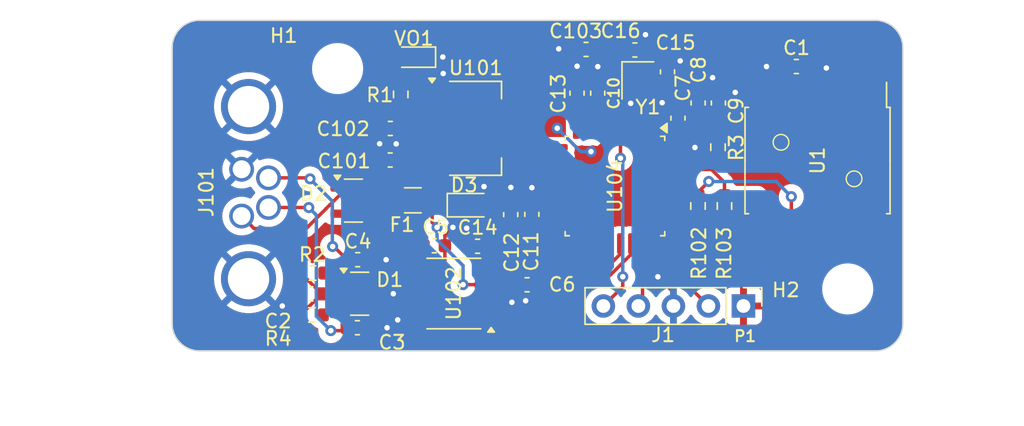
<source format=kicad_pcb>
(kicad_pcb
	(version 20240108)
	(generator "pcbnew")
	(generator_version "8.0")
	(general
		(thickness 1.6)
		(legacy_teardrops no)
	)
	(paper "A4")
	(layers
		(0 "F.Cu" signal)
		(31 "B.Cu" signal)
		(32 "B.Adhes" user "B.Adhesive")
		(33 "F.Adhes" user "F.Adhesive")
		(34 "B.Paste" user)
		(35 "F.Paste" user)
		(36 "B.SilkS" user "B.Silkscreen")
		(37 "F.SilkS" user "F.Silkscreen")
		(38 "B.Mask" user)
		(39 "F.Mask" user)
		(40 "Dwgs.User" user "User.Drawings")
		(41 "Cmts.User" user "User.Comments")
		(42 "Eco1.User" user "User.Eco1")
		(43 "Eco2.User" user "User.Eco2")
		(44 "Edge.Cuts" user)
		(45 "Margin" user)
		(46 "B.CrtYd" user "B.Courtyard")
		(47 "F.CrtYd" user "F.Courtyard")
		(48 "B.Fab" user)
		(49 "F.Fab" user)
		(50 "User.1" user)
		(51 "User.2" user)
		(52 "User.3" user)
		(53 "User.4" user)
		(54 "User.5" user)
		(55 "User.6" user)
		(56 "User.7" user)
		(57 "User.8" user)
		(58 "User.9" user)
	)
	(setup
		(stackup
			(layer "F.SilkS"
				(type "Top Silk Screen")
			)
			(layer "F.Paste"
				(type "Top Solder Paste")
			)
			(layer "F.Mask"
				(type "Top Solder Mask")
				(thickness 0.01)
			)
			(layer "F.Cu"
				(type "copper")
				(thickness 0.035)
			)
			(layer "dielectric 1"
				(type "core")
				(thickness 1.51)
				(material "FR4")
				(epsilon_r 4.5)
				(loss_tangent 0.02)
			)
			(layer "B.Cu"
				(type "copper")
				(thickness 0.035)
			)
			(layer "B.Mask"
				(type "Bottom Solder Mask")
				(thickness 0.01)
			)
			(layer "B.Paste"
				(type "Bottom Solder Paste")
			)
			(layer "B.SilkS"
				(type "Bottom Silk Screen")
			)
			(copper_finish "None")
			(dielectric_constraints no)
		)
		(pad_to_mask_clearance 0)
		(allow_soldermask_bridges_in_footprints no)
		(aux_axis_origin 100 80)
		(grid_origin 100 80)
		(pcbplotparams
			(layerselection 0x00010fc_ffffffff)
			(plot_on_all_layers_selection 0x0000000_00000000)
			(disableapertmacros no)
			(usegerberextensions no)
			(usegerberattributes yes)
			(usegerberadvancedattributes yes)
			(creategerberjobfile yes)
			(dashed_line_dash_ratio 12.000000)
			(dashed_line_gap_ratio 3.000000)
			(svgprecision 6)
			(plotframeref no)
			(viasonmask no)
			(mode 1)
			(useauxorigin no)
			(hpglpennumber 1)
			(hpglpenspeed 20)
			(hpglpendiameter 15.000000)
			(pdf_front_fp_property_popups yes)
			(pdf_back_fp_property_popups yes)
			(dxfpolygonmode yes)
			(dxfimperialunits yes)
			(dxfusepcbnewfont yes)
			(psnegative no)
			(psa4output no)
			(plotreference yes)
			(plotvalue yes)
			(plotfptext yes)
			(plotinvisibletext no)
			(sketchpadsonfab no)
			(subtractmaskfromsilk no)
			(outputformat 1)
			(mirror no)
			(drillshape 1)
			(scaleselection 1)
			(outputdirectory "")
		)
	)
	(net 0 "")
	(net 1 "+3V3")
	(net 2 "GND")
	(net 3 "Net-(C2-Pad2)")
	(net 4 "CAN_H")
	(net 5 "CAN_L")
	(net 6 "+5V")
	(net 7 "CAN_Rx")
	(net 8 "Net-(U104-PF0)")
	(net 9 "NRST")
	(net 10 "Net-(D2-K)")
	(net 11 "Net-(D2-A)")
	(net 12 "SWDIO")
	(net 13 "SWCLK")
	(net 14 "Net-(VO1-A)")
	(net 15 "Net-(U104-PF1)")
	(net 16 "I2C_SCL")
	(net 17 "I2C_SDA")
	(net 18 "unconnected-(U1-Pad9)")
	(net 19 "unconnected-(U1-Pad14)")
	(net 20 "unconnected-(U1-Pad2)")
	(net 21 "unconnected-(U1-Pad12)")
	(net 22 "unconnected-(U1-Pad8)")
	(net 23 "unconnected-(U1-Pad13)")
	(net 24 "unconnected-(U1-Pad6)")
	(net 25 "unconnected-(U1-Pad15)")
	(net 26 "unconnected-(U1-Pad16)")
	(net 27 "unconnected-(U1-Pad1)")
	(net 28 "unconnected-(U1-Pad7)")
	(net 29 "unconnected-(U1-Pad3)")
	(net 30 "CAN_Tx")
	(net 31 "unconnected-(U104-PA4-Pad10)")
	(net 32 "unconnected-(U104-PA2-Pad8)")
	(net 33 "unconnected-(U104-PA10-Pad20)")
	(net 34 "unconnected-(U104-PA7-Pad13)")
	(net 35 "Net-(U104-PB8)")
	(net 36 "unconnected-(U104-PA9-Pad19)")
	(net 37 "unconnected-(U104-PA6-Pad12)")
	(net 38 "unconnected-(U104-PA1-Pad7)")
	(net 39 "unconnected-(U104-PB0-Pad14)")
	(net 40 "unconnected-(U104-PA0-Pad6)")
	(net 41 "unconnected-(U104-PB5-Pad28)")
	(net 42 "unconnected-(U104-PA3-Pad9)")
	(net 43 "unconnected-(U104-PB4-Pad27)")
	(net 44 "unconnected-(U104-PA15-Pad25)")
	(net 45 "unconnected-(U104-PA5-Pad11)")
	(net 46 "unconnected-(U104-PB3-Pad26)")
	(net 47 "unconnected-(U104-PB1-Pad15)")
	(net 48 "unconnected-(U104-PA8-Pad18)")
	(footprint "Crystal:Crystal_SMD_2016-4Pin_2.0x1.6mm" (layer "F.Cu") (at 133.7775 60.36 -90))
	(footprint "ASS_parts:SOT-23-BAT54FILM" (layer "F.Cu") (at 113.15 69.0875))
	(footprint "Resistor_SMD:R_0603_1608Metric" (layer "F.Cu") (at 138.14 69.48 90))
	(footprint "Capacitor_SMD:C_0603_1608Metric" (layer "F.Cu") (at 136.6875 63.1 90))
	(footprint "Capacitor_SMD:C_0603_1608Metric" (layer "F.Cu") (at 122.1525 72.400948 180))
	(footprint "Capacitor_SMD:C_0603_1608Metric" (layer "F.Cu") (at 139.62 62 90))
	(footprint "Capacitor_SMD:C_0603_1608Metric" (layer "F.Cu") (at 124.5575 70.105 90))
	(footprint "Capacitor_SMD:C_0603_1608Metric" (layer "F.Cu") (at 115.815 66.14 180))
	(footprint "Resistor_SMD:R_0603_1608Metric" (layer "F.Cu") (at 116.58 61.375 90))
	(footprint "Capacitor_SMD:C_0603_1608Metric" (layer "F.Cu") (at 125.7425 75.2))
	(footprint "Resistor_SMD:R_0603_1608Metric" (layer "F.Cu") (at 140.06 69.48 90))
	(footprint "Capacitor_SMD:C_0603_1608Metric" (layer "F.Cu") (at 113.4375 78.319052 180))
	(footprint "Capacitor_SMD:C_0603_1608Metric" (layer "F.Cu") (at 115.825 63.85 180))
	(footprint "Fuse:Fuse_1206_3216Metric" (layer "F.Cu") (at 117.46 69.0675))
	(footprint "Capacitor_SMD:C_0603_1608Metric" (layer "F.Cu") (at 129.3675 61.285 90))
	(footprint "Resistor_SMD:R_0603_1608Metric" (layer "F.Cu") (at 110.1375 77.389052 180))
	(footprint "MountingHole:MountingHole_3.2mm_M3_ISO7380" (layer "F.Cu") (at 112 59.5))
	(footprint "Capacitor_SMD:C_0603_1608Metric" (layer "F.Cu") (at 113.4575 73.379052))
	(footprint "Capacitor_SMD:C_0603_1608Metric" (layer "F.Cu") (at 130.02 58.11))
	(footprint "Capacitor_SMD:C_0603_1608Metric" (layer "F.Cu") (at 130.8675 61.285 90))
	(footprint "Diode_SMD:D_SOD-323" (layer "F.Cu") (at 121.5625 69.42))
	(footprint "FaSTTUBe_connectors:M8_718_4pin_horizontal" (layer "F.Cu") (at 105.04 68.51 -90))
	(footprint "Package_SO:SOIC-8_3.9x4.9mm_P1.27mm" (layer "F.Cu") (at 120.4325 75.835948 180))
	(footprint "Capacitor_SMD:C_0603_1608Metric" (layer "F.Cu") (at 133.5625 58.15))
	(footprint "LED_SMD:LED_0603_1608Metric_Pad1.05x0.95mm_HandSolder" (layer "F.Cu") (at 117.45 58.67 180))
	(footprint "Resistor_SMD:R_0603_1608Metric" (layer "F.Cu") (at 110.1775 74.349052))
	(footprint "Capacitor_SMD:C_0603_1608Metric" (layer "F.Cu") (at 119.0075 72.365948))
	(footprint "ASS_parts:SOT-223_LDL1117S33R" (layer "F.Cu") (at 121.98 63.84))
	(footprint "ASS_parts:SM6000_SOIC-16" (layer "F.Cu") (at 146.81 66.18 -90))
	(footprint "Capacitor_SMD:C_0603_1608Metric" (layer "F.Cu") (at 135.9275 59.735 -90))
	(footprint "Capacitor_SMD:C_0603_1608Metric" (layer "F.Cu") (at 145.275 59.3525 180))
	(footprint "Package_TO_SOT_SMD:SOT-23" (layer "F.Cu") (at 113.6025 75.85))
	(footprint "Resistor_SMD:R_0603_1608Metric" (layer "F.Cu") (at 139.59 65.21 90))
	(footprint "Capacitor_SMD:C_0603_1608Metric" (layer "F.Cu") (at 126.09 70.085 90))
	(footprint "Capacitor_SMD:C_0603_1608Metric" (layer "F.Cu") (at 138.15 62 90))
	(footprint "Connector_PinHeader_2.54mm:PinHeader_1x05_P2.54mm_Vertical" (layer "F.Cu") (at 141.4375 76.74 -90))
	(footprint "Capacitor_SMD:C_0603_1608Metric" (layer "F.Cu") (at 110.07 75.859052))
	(footprint "Package_QFP:LQFP-32_7x7mm_P0.8mm" (layer "F.Cu") (at 132.1175 68.03 -90))
	(footprint "MountingHole:MountingHole_3.2mm_M3_ISO7380" (layer "F.Cu") (at 149 75.5))
	(gr_circle
		(center 149 75.5)
		(end 152.2 75.5)
		(stroke
			(width 0.2)
			(type default)
		)
		(fill none)
		(layer "F.Cu")
		(uuid "de2a915e-701b-48bf-83ed-c71257d741b7")
	)
	(gr_circle
		(center 112 59.5)
		(end 115.2 59.5)
		(stroke
			(width 0.2)
			(type default)
		)
		(fill none)
		(layer "F.Cu")
		(uuid "e9b7e8ed-fdd3-4de3-a3f3-2890648d642d")
	)
	(gr_arc
		(start 102 80)
		(mid 100.585786 79.414214)
		(end 100 78)
		(stroke
			(width 0.1)
			(type default)
		)
		(layer "Edge.Cuts")
		(uuid "3b0a9f85-fc78-435e-a284-c0acd692fcd7")
	)
	(gr_line
		(start 153 78)
		(end 153 58)
		(stroke
			(width 0.1)
			(type default)
		)
		(layer "Edge.Cuts")
		(uuid "53816fff-ed80-458c-bb47-db737a54961c")
	)
	(gr_arc
		(start 100 58)
		(mid 100.585786 56.585786)
		(end 102 56)
		(stroke
			(width 0.1)
			(type default)
		)
		(layer "Edge.Cuts")
		(uuid "5a42f8fb-2a8f-48db-84ec-d307f8094cfa")
	)
	(gr_line
		(start 102 80)
		(end 151 80)
		(stroke
			(width 0.1)
			(type default)
		)
		(layer "Edge.Cuts")
		(uuid "6ac6ac18-4031-4bcf-8820-b343ae2d3448")
	)
	(gr_line
		(start 100 58)
		(end 100 78)
		(stroke
			(width 0.1)
			(type default)
		)
		(layer "Edge.Cuts")
		(uuid "8fda64c0-d685-4c7c-8139-4cf11eeadbdb")
	)
	(gr_arc
		(start 153 78)
		(mid 152.414214 79.414214)
		(end 151 80)
		(stroke
			(width 0.1)
			(type default)
		)
		(layer "Edge.Cuts")
		(uuid "9e303ecd-5441-4829-bced-8e3f52e5d297")
	)
	(gr_arc
		(start 151 56)
		(mid 152.414214 56.585786)
		(end 153 58)
		(stroke
			(width 0.1)
			(type default)
		)
		(layer "Edge.Cuts")
		(uuid "db315f9c-530b-400f-a27c-be5695c22d18")
	)
	(gr_line
		(start 151 56)
		(end 102 56)
		(stroke
			(width 0.1)
			(type default)
		)
		(layer "Edge.Cuts")
		(uuid "e3324332-a106-4690-bb06-c285e0d7465f")
	)
	(gr_text "P1"
		(at 140.68 79.4 0)
		(layer "F.SilkS")
		(uuid "91364c53-aa9c-4958-9719-eb8f23a7c8d1")
		(effects
			(font
				(size 0.8 0.8)
				(thickness 0.15)
				(bold yes)
			)
			(justify left bottom)
		)
	)
	(dimension
		(type aligned)
		(layer "User.1")
		(uuid "25116da6-098e-4ec7-9f6b-768234d32c5a")
		(pts
			(xy 152.99 56.01) (xy 152.99 80.01)
		)
		(height -5.02)
		(gr_text "24.0000 mm"
			(at 156.86 68.01 90)
			(layer "User.1")
			(uuid "25116da6-098e-4ec7-9f6b-768234d32c5a")
			(effects
				(font
					(size 1 1)
					(thickness 0.15)
				)
			)
		)
		(format
			(prefix "")
			(suffix "")
			(units 3)
			(units_format 1)
			(precision 4)
		)
		(style
			(thickness 0.15)
			(arrow_length 1.27)
			(text_position_mode 0)
			(extension_height 0.58642)
			(extension_offset 0.5) keep_text_aligned)
	)
	(dimension
		(type aligned)
		(layer "User.1")
		(uuid "a2cdb2e5-a391-419f-8e72-174c5bf6b6f6")
		(pts
			(xy 152.99 80.01) (xy 99.99 80.01)
		)
		(height -4.8)
		(gr_text "53.0000 mm"
			(at 126.49 83.66 0)
			(layer "User.1")
			(uuid 
... [175313 chars truncated]
</source>
